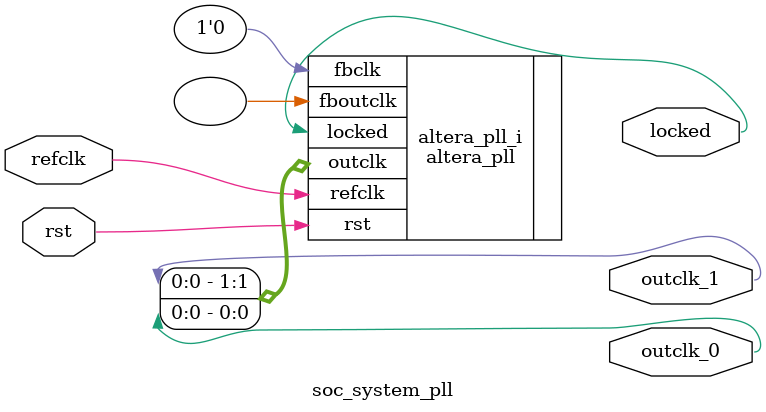
<source format=v>
`timescale 1ns/10ps
module  soc_system_pll(

	// interface 'refclk'
	input wire refclk,

	// interface 'reset'
	input wire rst,

	// interface 'outclk0'
	output wire outclk_0,

	// interface 'outclk1'
	output wire outclk_1,

	// interface 'locked'
	output wire locked
);

	altera_pll #(
		.fractional_vco_multiplier("false"),
		.reference_clock_frequency("50.0 MHz"),
		.operation_mode("normal"),
		.number_of_clocks(2),
		.output_clock_frequency0("120.000000 MHz"),
		.phase_shift0("0 ps"),
		.duty_cycle0(50),
		.output_clock_frequency1("120.000000 MHz"),
		.phase_shift1("6250 ps"),
		.duty_cycle1(50),
		.output_clock_frequency2("0 MHz"),
		.phase_shift2("0 ps"),
		.duty_cycle2(50),
		.output_clock_frequency3("0 MHz"),
		.phase_shift3("0 ps"),
		.duty_cycle3(50),
		.output_clock_frequency4("0 MHz"),
		.phase_shift4("0 ps"),
		.duty_cycle4(50),
		.output_clock_frequency5("0 MHz"),
		.phase_shift5("0 ps"),
		.duty_cycle5(50),
		.output_clock_frequency6("0 MHz"),
		.phase_shift6("0 ps"),
		.duty_cycle6(50),
		.output_clock_frequency7("0 MHz"),
		.phase_shift7("0 ps"),
		.duty_cycle7(50),
		.output_clock_frequency8("0 MHz"),
		.phase_shift8("0 ps"),
		.duty_cycle8(50),
		.output_clock_frequency9("0 MHz"),
		.phase_shift9("0 ps"),
		.duty_cycle9(50),
		.output_clock_frequency10("0 MHz"),
		.phase_shift10("0 ps"),
		.duty_cycle10(50),
		.output_clock_frequency11("0 MHz"),
		.phase_shift11("0 ps"),
		.duty_cycle11(50),
		.output_clock_frequency12("0 MHz"),
		.phase_shift12("0 ps"),
		.duty_cycle12(50),
		.output_clock_frequency13("0 MHz"),
		.phase_shift13("0 ps"),
		.duty_cycle13(50),
		.output_clock_frequency14("0 MHz"),
		.phase_shift14("0 ps"),
		.duty_cycle14(50),
		.output_clock_frequency15("0 MHz"),
		.phase_shift15("0 ps"),
		.duty_cycle15(50),
		.output_clock_frequency16("0 MHz"),
		.phase_shift16("0 ps"),
		.duty_cycle16(50),
		.output_clock_frequency17("0 MHz"),
		.phase_shift17("0 ps"),
		.duty_cycle17(50),
		.pll_type("General"),
		.pll_subtype("General")
	) altera_pll_i (
		.rst	(rst),
		.outclk	({outclk_1, outclk_0}),
		.locked	(locked),
		.fboutclk	( ),
		.fbclk	(1'b0),
		.refclk	(refclk)
	);
endmodule


</source>
